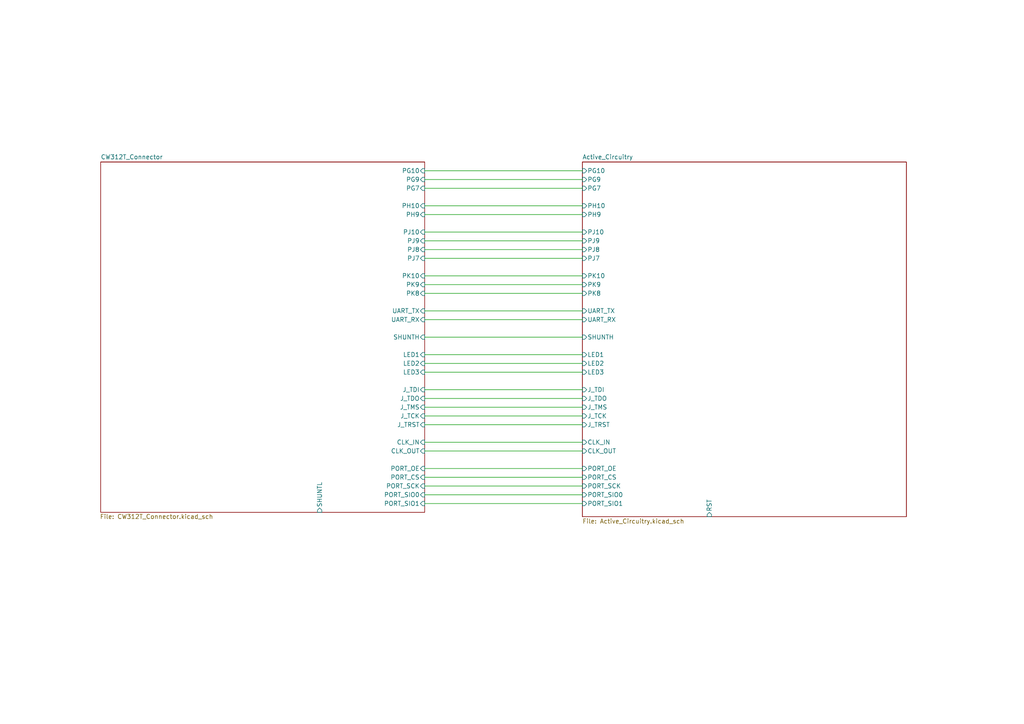
<source format=kicad_sch>
(kicad_sch
	(version 20231120)
	(generator "eeschema")
	(generator_version "8.0")
	(uuid "33bbe691-2691-4fff-bd3a-7534709d61ac")
	(paper "A4")
	(lib_symbols)
	(wire
		(pts
			(xy 123.19 105.41) (xy 168.91 105.41)
		)
		(stroke
			(width 0)
			(type default)
		)
		(uuid "013a9da3-c32b-4c71-8924-d0dbbfd86234")
	)
	(wire
		(pts
			(xy 123.19 118.11) (xy 168.91 118.11)
		)
		(stroke
			(width 0)
			(type default)
		)
		(uuid "07099f12-70cb-4cfe-b6fd-1d8eaf9b777b")
	)
	(wire
		(pts
			(xy 123.19 102.87) (xy 168.91 102.87)
		)
		(stroke
			(width 0)
			(type default)
		)
		(uuid "08c16724-22bb-445f-b36d-ee02fb7e4b2e")
	)
	(wire
		(pts
			(xy 123.19 59.69) (xy 168.91 59.69)
		)
		(stroke
			(width 0)
			(type default)
		)
		(uuid "08c90974-c5b3-4daa-817d-2ad596d539d3")
	)
	(wire
		(pts
			(xy 123.19 67.31) (xy 168.91 67.31)
		)
		(stroke
			(width 0)
			(type default)
		)
		(uuid "0ce266ee-d652-49c4-9a71-5483fb84bfab")
	)
	(wire
		(pts
			(xy 123.19 80.01) (xy 168.91 80.01)
		)
		(stroke
			(width 0)
			(type default)
		)
		(uuid "130adf86-07fc-4ae3-876a-7a2e9a49cbea")
	)
	(wire
		(pts
			(xy 123.19 135.89) (xy 168.91 135.89)
		)
		(stroke
			(width 0)
			(type default)
		)
		(uuid "15f5b473-8e2d-4b3b-924b-b793019bf359")
	)
	(wire
		(pts
			(xy 123.19 74.93) (xy 168.91 74.93)
		)
		(stroke
			(width 0)
			(type default)
		)
		(uuid "1c7c1216-72c5-46ad-bb39-c9e41b92a8cd")
	)
	(wire
		(pts
			(xy 123.19 92.71) (xy 168.91 92.71)
		)
		(stroke
			(width 0)
			(type default)
		)
		(uuid "27440a0c-e776-4173-8301-6e99299a1d09")
	)
	(wire
		(pts
			(xy 123.19 115.57) (xy 168.91 115.57)
		)
		(stroke
			(width 0)
			(type default)
		)
		(uuid "2ccfd342-3b78-446b-94f4-03947b085eba")
	)
	(wire
		(pts
			(xy 123.19 62.23) (xy 168.91 62.23)
		)
		(stroke
			(width 0)
			(type default)
		)
		(uuid "304c1f31-d910-4969-9b15-4161813d38bb")
	)
	(wire
		(pts
			(xy 123.19 82.55) (xy 168.91 82.55)
		)
		(stroke
			(width 0)
			(type default)
		)
		(uuid "3bd11cd2-e1ad-4dad-a69f-768fb21ad1fd")
	)
	(wire
		(pts
			(xy 123.19 72.39) (xy 168.91 72.39)
		)
		(stroke
			(width 0)
			(type default)
		)
		(uuid "4ee9e665-75f7-48c9-814f-6585d1890cf8")
	)
	(wire
		(pts
			(xy 123.19 52.07) (xy 168.91 52.07)
		)
		(stroke
			(width 0)
			(type default)
		)
		(uuid "4ffba47c-8f0c-449d-b252-7ff8902dcd6f")
	)
	(wire
		(pts
			(xy 123.19 128.27) (xy 168.91 128.27)
		)
		(stroke
			(width 0)
			(type default)
		)
		(uuid "5393f506-7661-495a-bbea-633389d43589")
	)
	(wire
		(pts
			(xy 123.19 138.43) (xy 168.91 138.43)
		)
		(stroke
			(width 0)
			(type default)
		)
		(uuid "636a5654-3f32-426b-81ef-7c70f8493703")
	)
	(wire
		(pts
			(xy 123.19 140.97) (xy 168.91 140.97)
		)
		(stroke
			(width 0)
			(type default)
		)
		(uuid "6428f32f-32da-4826-8be7-4e764179eaba")
	)
	(wire
		(pts
			(xy 123.19 69.85) (xy 168.91 69.85)
		)
		(stroke
			(width 0)
			(type default)
		)
		(uuid "6575c32d-cf47-4c56-8a22-386f83b80e06")
	)
	(wire
		(pts
			(xy 123.19 107.95) (xy 168.91 107.95)
		)
		(stroke
			(width 0)
			(type default)
		)
		(uuid "6acb6a43-e632-4634-8963-1b1b00e7e168")
	)
	(wire
		(pts
			(xy 123.19 85.09) (xy 168.91 85.09)
		)
		(stroke
			(width 0)
			(type default)
		)
		(uuid "8085bed3-cf7b-45f9-897a-f99ef8359c7d")
	)
	(wire
		(pts
			(xy 123.19 120.65) (xy 168.91 120.65)
		)
		(stroke
			(width 0)
			(type default)
		)
		(uuid "8ae6e0a3-1882-4353-a581-abd2f8c94b42")
	)
	(wire
		(pts
			(xy 123.19 97.79) (xy 168.91 97.79)
		)
		(stroke
			(width 0)
			(type default)
		)
		(uuid "97b27135-979b-45a5-a1c8-55de10df2cd4")
	)
	(wire
		(pts
			(xy 123.19 146.05) (xy 168.91 146.05)
		)
		(stroke
			(width 0)
			(type default)
		)
		(uuid "a215f314-3fdc-4525-a865-4af43a4d74cc")
	)
	(wire
		(pts
			(xy 123.19 123.19) (xy 168.91 123.19)
		)
		(stroke
			(width 0)
			(type default)
		)
		(uuid "acc3c157-915b-4d6f-a3ef-dd41041c07d0")
	)
	(wire
		(pts
			(xy 123.19 54.61) (xy 168.91 54.61)
		)
		(stroke
			(width 0)
			(type default)
		)
		(uuid "cb311bf9-7f4b-4b91-9d9d-7751d8df5edd")
	)
	(wire
		(pts
			(xy 123.19 130.81) (xy 168.91 130.81)
		)
		(stroke
			(width 0)
			(type default)
		)
		(uuid "d956fcf2-b4df-49f9-b57b-06ac432703b6")
	)
	(wire
		(pts
			(xy 123.19 49.53) (xy 168.91 49.53)
		)
		(stroke
			(width 0)
			(type default)
		)
		(uuid "d9d49b7c-c09d-45b7-9141-737b39cb6059")
	)
	(wire
		(pts
			(xy 123.19 113.03) (xy 168.91 113.03)
		)
		(stroke
			(width 0)
			(type default)
		)
		(uuid "d9dab845-c048-418a-b68e-d7001019ed29")
	)
	(wire
		(pts
			(xy 123.19 143.51) (xy 168.91 143.51)
		)
		(stroke
			(width 0)
			(type default)
		)
		(uuid "e9712119-2ca1-4185-9b0b-beacab8a5264")
	)
	(wire
		(pts
			(xy 123.19 90.17) (xy 168.91 90.17)
		)
		(stroke
			(width 0)
			(type default)
		)
		(uuid "f71c3123-6da0-49ed-af5b-579eaa920d20")
	)
	(sheet
		(at 29.21 46.99)
		(size 93.98 101.6)
		(stroke
			(width 0.1524)
			(type solid)
		)
		(fill
			(color 0 0 0 0.0000)
		)
		(uuid "7eebb7ca-1d6c-4fe4-b599-43b6ba5026a3")
		(property "Sheetname" "CW312T_Connector"
			(at 29.21 46.2784 0)
			(effects
				(font
					(size 1.27 1.27)
				)
				(justify left bottom)
			)
		)
		(property "Sheetfile" "CW312T_Connector.kicad_sch"
			(at 28.956 149.098 0)
			(effects
				(font
					(size 1.27 1.27)
				)
				(justify left top)
			)
		)
		(pin "PH9" input
			(at 123.19 62.23 0)
			(effects
				(font
					(size 1.27 1.27)
				)
				(justify right)
			)
			(uuid "0f47bb79-ada3-49d1-b456-9fc0935e6f6c")
		)
		(pin "PH10" input
			(at 123.19 59.69 0)
			(effects
				(font
					(size 1.27 1.27)
				)
				(justify right)
			)
			(uuid "fcd780cc-8b5e-4d40-83f1-e5456d820722")
		)
		(pin "PG9" input
			(at 123.19 52.07 0)
			(effects
				(font
					(size 1.27 1.27)
				)
				(justify right)
			)
			(uuid "dbfc1028-46a8-48d4-b37c-1a67f39703e2")
		)
		(pin "PG10" input
			(at 123.19 49.53 0)
			(effects
				(font
					(size 1.27 1.27)
				)
				(justify right)
			)
			(uuid "2a421a74-549f-4e86-8fa3-fb783f1d7f88")
		)
		(pin "PK8" input
			(at 123.19 85.09 0)
			(effects
				(font
					(size 1.27 1.27)
				)
				(justify right)
			)
			(uuid "05928eb4-649b-4e2a-b54f-a1e209951c66")
		)
		(pin "PJ8" input
			(at 123.19 72.39 0)
			(effects
				(font
					(size 1.27 1.27)
				)
				(justify right)
			)
			(uuid "fa22352d-a666-4eb2-8a87-b2624183a42f")
		)
		(pin "PK9" input
			(at 123.19 82.55 0)
			(effects
				(font
					(size 1.27 1.27)
				)
				(justify right)
			)
			(uuid "4b241586-9792-4bc8-b005-a8e4e93321e1")
		)
		(pin "PK10" input
			(at 123.19 80.01 0)
			(effects
				(font
					(size 1.27 1.27)
				)
				(justify right)
			)
			(uuid "9108dc43-d142-42c6-87f0-cac64115e9cb")
		)
		(pin "PJ9" input
			(at 123.19 69.85 0)
			(effects
				(font
					(size 1.27 1.27)
				)
				(justify right)
			)
			(uuid "413210b3-117f-4daf-b02d-c69a3d9d1e1d")
		)
		(pin "PJ10" input
			(at 123.19 67.31 0)
			(effects
				(font
					(size 1.27 1.27)
				)
				(justify right)
			)
			(uuid "e0e49493-baa5-42f4-b1da-1349e5be2bf6")
		)
		(pin "J_TRST" input
			(at 123.19 123.19 0)
			(effects
				(font
					(size 1.27 1.27)
				)
				(justify right)
			)
			(uuid "db0bee11-f8a6-4f85-b883-9b7693f44d0d")
		)
		(pin "CLK_OUT" input
			(at 123.19 130.81 0)
			(effects
				(font
					(size 1.27 1.27)
				)
				(justify right)
			)
			(uuid "9323bae3-cc3f-43c1-85c1-4d4675b1008f")
		)
		(pin "SHUNTH" input
			(at 123.19 97.79 0)
			(effects
				(font
					(size 1.27 1.27)
				)
				(justify right)
			)
			(uuid "b3d82faa-b942-436b-b7e7-52069e30eb34")
		)
		(pin "SHUNTL" input
			(at 92.71 148.59 270)
			(effects
				(font
					(size 1.27 1.27)
				)
				(justify left)
			)
			(uuid "4b73976a-06f4-46e6-a632-f2a128e166e9")
		)
		(pin "LED1" input
			(at 123.19 102.87 0)
			(effects
				(font
					(size 1.27 1.27)
				)
				(justify right)
			)
			(uuid "afaad5cc-c113-48a0-b6c6-86c1a1d1fe22")
		)
		(pin "LED2" input
			(at 123.19 105.41 0)
			(effects
				(font
					(size 1.27 1.27)
				)
				(justify right)
			)
			(uuid "1aeba07b-6e07-4cd0-a60b-a61d41a5a7f5")
		)
		(pin "LED3" input
			(at 123.19 107.95 0)
			(effects
				(font
					(size 1.27 1.27)
				)
				(justify right)
			)
			(uuid "251ec2b2-4119-4ffa-8abe-07f82f8ba3e5")
		)
		(pin "UART_TX" input
			(at 123.19 90.17 0)
			(effects
				(font
					(size 1.27 1.27)
				)
				(justify right)
			)
			(uuid "a5b0b680-a4fb-4b78-8bcc-c05ed41a1143")
		)
		(pin "UART_RX" input
			(at 123.19 92.71 0)
			(effects
				(font
					(size 1.27 1.27)
				)
				(justify right)
			)
			(uuid "04047657-fd8c-458e-9716-5de69e779c5b")
		)
		(pin "PG7" input
			(at 123.19 54.61 0)
			(effects
				(font
					(size 1.27 1.27)
				)
				(justify right)
			)
			(uuid "0cbfc9e3-b306-4d5a-9ae4-3365f9b85470")
		)
		(pin "PORT_OE" input
			(at 123.19 135.89 0)
			(effects
				(font
					(size 1.27 1.27)
				)
				(justify right)
			)
			(uuid "5d860098-fdd3-44ec-b659-acd950816df4")
		)
		(pin "PORT_CS" input
			(at 123.19 138.43 0)
			(effects
				(font
					(size 1.27 1.27)
				)
				(justify right)
			)
			(uuid "d298e4c1-1d9d-4e20-8660-9b846ec9049c")
		)
		(pin "CLK_IN" input
			(at 123.19 128.27 0)
			(effects
				(font
					(size 1.27 1.27)
				)
				(justify right)
			)
			(uuid "713ec092-0ef8-4106-ab02-751e27675965")
		)
		(pin "J_TDI" input
			(at 123.19 113.03 0)
			(effects
				(font
					(size 1.27 1.27)
				)
				(justify right)
			)
			(uuid "db20a1ca-c7bd-4d19-a015-9f5f668750b2")
		)
		(pin "J_TDO" input
			(at 123.19 115.57 0)
			(effects
				(font
					(size 1.27 1.27)
				)
				(justify right)
			)
			(uuid "ad92a32e-b85a-4e0d-88e1-69bd4d1e06eb")
		)
		(pin "J_TMS" input
			(at 123.19 118.11 0)
			(effects
				(font
					(size 1.27 1.27)
				)
				(justify right)
			)
			(uuid "5291ec93-15b5-4a6a-9afc-26456f817e01")
		)
		(pin "J_TCK" input
			(at 123.19 120.65 0)
			(effects
				(font
					(size 1.27 1.27)
				)
				(justify right)
			)
			(uuid "7b9d9627-e59d-482b-8b6b-ce75ff231a11")
		)
		(pin "PORT_SCK" input
			(at 123.19 140.97 0)
			(effects
				(font
					(size 1.27 1.27)
				)
				(justify right)
			)
			(uuid "5b1eefee-c6cc-49a6-9a96-019fbdb06b39")
		)
		(pin "PJ7" input
			(at 123.19 74.93 0)
			(effects
				(font
					(size 1.27 1.27)
				)
				(justify right)
			)
			(uuid "983e9af3-48ab-4ad0-a568-4e8d1468e0b6")
		)
		(pin "PORT_SIO1" input
			(at 123.19 146.05 0)
			(effects
				(font
					(size 1.27 1.27)
				)
				(justify right)
			)
			(uuid "def212e3-992c-4a3e-9b98-7b1d9ac81497")
		)
		(pin "PORT_SIO0" input
			(at 123.19 143.51 0)
			(effects
				(font
					(size 1.27 1.27)
				)
				(justify right)
			)
			(uuid "c126684d-e3f8-4566-b130-916e06621d60")
		)
		(instances
			(project "CW312T-CEC1702"
				(path "/33bbe691-2691-4fff-bd3a-7534709d61ac"
					(page "2")
				)
			)
		)
	)
	(sheet
		(at 168.91 46.99)
		(size 93.98 102.87)
		(fields_autoplaced yes)
		(stroke
			(width 0.1524)
			(type solid)
		)
		(fill
			(color 0 0 0 0.0000)
		)
		(uuid "d14d7b6c-f6e2-477a-b2c8-0a7e0695d4cd")
		(property "Sheetname" "Active_Circuitry"
			(at 168.91 46.2784 0)
			(effects
				(font
					(size 1.27 1.27)
				)
				(justify left bottom)
			)
		)
		(property "Sheetfile" "Active_Circuitry.kicad_sch"
			(at 168.91 150.4446 0)
			(effects
				(font
					(size 1.27 1.27)
				)
				(justify left top)
			)
		)
		(pin "SHUNTH" input
			(at 168.91 97.79 180)
			(effects
				(font
					(size 1.27 1.27)
				)
				(justify left)
			)
			(uuid "312922ed-4207-46d4-a678-772820df05fd")
		)
		(pin "CLK_IN" input
			(at 168.91 128.27 180)
			(effects
				(font
					(size 1.27 1.27)
				)
				(justify left)
			)
			(uuid "525cefb3-65f2-4369-934c-8fdde18e2e37")
		)
		(pin "UART_RX" input
			(at 168.91 92.71 180)
			(effects
				(font
					(size 1.27 1.27)
				)
				(justify left)
			)
			(uuid "f84a5731-6ccb-4e1b-8bae-454e26e07f78")
		)
		(pin "LED2" input
			(at 168.91 105.41 180)
			(effects
				(font
					(size 1.27 1.27)
				)
				(justify left)
			)
			(uuid "1610739b-00d8-4fc7-a88d-f0405ed83fd1")
		)
		(pin "LED3" input
			(at 168.91 107.95 180)
			(effects
				(font
					(size 1.27 1.27)
				)
				(justify left)
			)
			(uuid "8aa798e5-e2f8-4b2a-9c3e-b187d17f8c87")
		)
		(pin "UART_TX" input
			(at 168.91 90.17 180)
			(effects
				(font
					(size 1.27 1.27)
				)
				(justify left)
			)
			(uuid "59136c61-3d24-40ee-8d24-9da0a23daf82")
		)
		(pin "PG10" input
			(at 168.91 49.53 180)
			(effects
				(font
					(size 1.27 1.27)
				)
				(justify left)
			)
			(uuid "404849ed-c1d4-4e95-bd10-3de03cbdc3b9")
		)
		(pin "PG9" input
			(at 168.91 52.07 180)
			(effects
				(font
					(size 1.27 1.27)
				)
				(justify left)
			)
			(uuid "0456f7a4-a646-49f9-af8d-017db7478554")
		)
		(pin "PH10" input
			(at 168.91 59.69 180)
			(effects
				(font
					(size 1.27 1.27)
				)
				(justify left)
			)
			(uuid "7e6c289f-f664-4928-b1fa-b5f73944f475")
		)
		(pin "PH9" input
			(at 168.91 62.23 180)
			(effects
				(font
					(size 1.27 1.27)
				)
				(justify left)
			)
			(uuid "4088507b-2cf7-4368-a405-660b30a0567b")
		)
		(pin "PJ10" input
			(at 168.91 67.31 180)
			(effects
				(font
					(size 1.27 1.27)
				)
				(justify left)
			)
			(uuid "953b8f13-f88b-4d33-9d63-14ec8e100f85")
		)
		(pin "PORT_SIO1" input
			(at 168.91 146.05 180)
			(effects
				(font
					(size 1.27 1.27)
				)
				(justify left)
			)
			(uuid "fa2fbd09-76b6-403d-89dc-c409f27e63ce")
		)
		(pin "PORT_SIO0" input
			(at 168.91 143.51 180)
			(effects
				(font
					(size 1.27 1.27)
				)
				(justify left)
			)
			(uuid "3eda5e64-da45-459d-a74b-3be3da2c08bf")
		)
		(pin "PORT_CS" input
			(at 168.91 138.43 180)
			(effects
				(font
					(size 1.27 1.27)
				)
				(justify left)
			)
			(uuid "dbf20eb1-aff3-4075-98c2-1b05d8056683")
		)
		(pin "PORT_SCK" input
			(at 168.91 140.97 180)
			(effects
				(font
					(size 1.27 1.27)
				)
				(justify left)
			)
			(uuid "33d84387-5ce6-4eaf-9b00-3b3914f7209d")
		)
		(pin "LED1" input
			(at 168.91 102.87 180)
			(effects
				(font
					(size 1.27 1.27)
				)
				(justify left)
			)
			(uuid "fa57a05d-d8c3-4214-94b3-b5714c977c71")
		)
		(pin "J_TRST" input
			(at 168.91 123.19 180)
			(effects
				(font
					(size 1.27 1.27)
				)
				(justify left)
			)
			(uuid "9cd6367a-fa73-4538-89a2-c9a9cdaf242f")
		)
		(pin "PORT_OE" input
			(at 168.91 135.89 180)
			(effects
				(font
					(size 1.27 1.27)
				)
				(justify left)
			)
			(uuid "705f88e8-ab03-4e5b-b332-724db5b50008")
		)
		(pin "J_TDO" input
			(at 168.91 115.57 180)
			(effects
				(font
					(size 1.27 1.27)
				)
				(justify left)
			)
			(uuid "dd9daab3-5394-4410-9431-837b43ab2e00")
		)
		(pin "J_TCK" input
			(at 168.91 120.65 180)
			(effects
				(font
					(size 1.27 1.27)
				)
				(justify left)
			)
			(uuid "c8b89de7-2c0a-485c-bf12-a4f1b42d73b4")
		)
		(pin "J_TMS" input
			(at 168.91 118.11 180)
			(effects
				(font
					(size 1.27 1.27)
				)
				(justify left)
			)
			(uuid "b1fae5c5-b8a0-43ee-bd55-6645a3420607")
		)
		(pin "CLK_OUT" input
			(at 168.91 130.81 180)
			(effects
				(font
					(size 1.27 1.27)
				)
				(justify left)
			)
			(uuid "7ad751da-42bd-4005-b43c-cd286c83cb9a")
		)
		(pin "J_TDI" input
			(at 168.91 113.03 180)
			(effects
				(font
					(size 1.27 1.27)
				)
				(justify left)
			)
			(uuid "21664a52-b4af-4bdf-a0c5-925e0c27f30f")
		)
		(pin "RST" input
			(at 205.74 149.86 270)
			(effects
				(font
					(size 1.27 1.27)
				)
				(justify left)
			)
			(uuid "c531faaf-c583-4a4f-9809-0d16346390ba")
		)
		(pin "PJ9" input
			(at 168.91 69.85 180)
			(effects
				(font
					(size 1.27 1.27)
				)
				(justify left)
			)
			(uuid "bc1f15a0-86bf-4f2a-be0f-dc342492daf4")
		)
		(pin "PK10" input
			(at 168.91 80.01 180)
			(effects
				(font
					(size 1.27 1.27)
				)
				(justify left)
			)
			(uuid "0ccc7dad-1115-4892-82cf-a5e00a7bf054")
		)
		(pin "PK9" input
			(at 168.91 82.55 180)
			(effects
				(font
					(size 1.27 1.27)
				)
				(justify left)
			)
			(uuid "b4051111-fc98-4b6b-996b-c74d2175f294")
		)
		(pin "PK8" input
			(at 168.91 85.09 180)
			(effects
				(font
					(size 1.27 1.27)
				)
				(justify left)
			)
			(uuid "15736763-f323-4232-9ca4-d936418d8c80")
		)
		(pin "PG7" input
			(at 168.91 54.61 180)
			(effects
				(font
					(size 1.27 1.27)
				)
				(justify left)
			)
			(uuid "42011a2d-a3c4-4cfb-b10d-9bc710503364")
		)
		(pin "PJ7" input
			(at 168.91 74.93 180)
			(effects
				(font
					(size 1.27 1.27)
				)
				(justify left)
			)
			(uuid "e93b5761-21de-4d34-b30c-1c6ca3e9c254")
		)
		(pin "PJ8" input
			(at 168.91 72.39 180)
			(effects
				(font
					(size 1.27 1.27)
				)
				(justify left)
			)
			(uuid "0f3edda2-db0b-4d2e-af03-62bdbaaa0b89")
		)
		(instances
			(project "CW312T-CEC1702"
				(path "/33bbe691-2691-4fff-bd3a-7534709d61ac"
					(page "3")
				)
			)
		)
	)
	(sheet_instances
		(path "/"
			(page "1")
		)
	)
)

</source>
